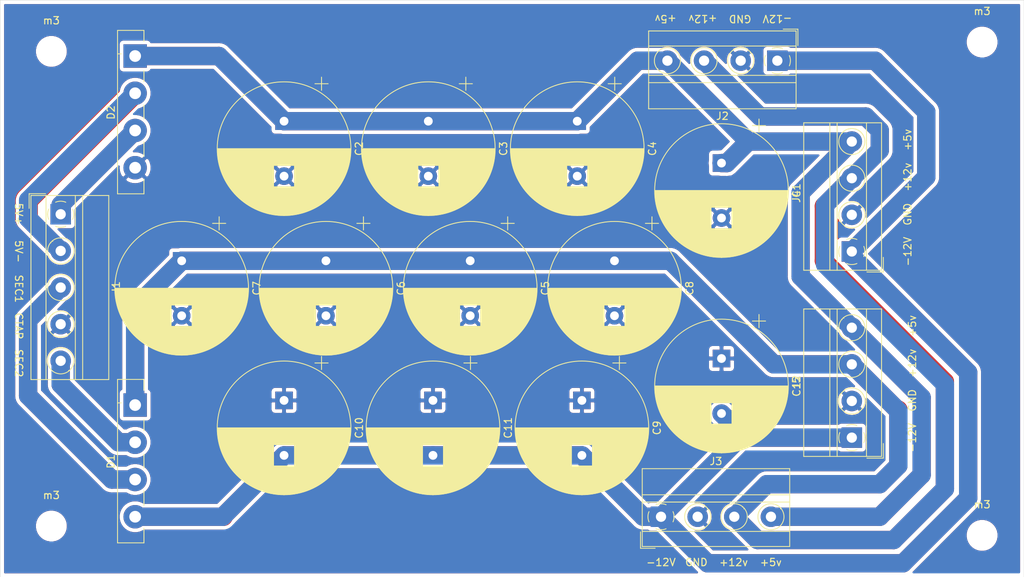
<source format=kicad_pcb>
(kicad_pcb (version 20171130) (host pcbnew "(5.1.10)-1")
  (layers (0 F.Cu signal hide) (31 B.Cu signal hide) (34 B.Paste user) (35 F.Paste user) (36 B.SilkS user) (37 F.SilkS user) (38 B.Mask user) (39 F.Mask user) (44 Edge.Cuts user))
  (net 0 "")
  (net 1 GND)
  (net 2 "Net-(C1-Pad1)")
  (net 3 "Net-(C5-Pad1)")
  (net 4 "Net-(C10-Pad2)")
  (net 5 "Net-(D1-Pad3)")
  (net 6 "Net-(D1-Pad2)")
  (net 7 "Net-(D2-Pad2)")
  (net 8 "Net-(D2-Pad3)")
  (module MountingHole:MountingHole_3.2mm_M3 (layer F.Cu) (at 292.735 140.335)
    (fp_text reference m3 (at 0 -4.2) (layer F.SilkS))
    (fp_text value MountingHole_3.2mm_M3)
    (pad 1 np_thru_hole circle (at 0 0) (size 3.2 3.2) (drill 3.2) (layers *.Cu *.Mask))
  )
  (module MountingHole:MountingHole_3.2mm_M3 (layer F.Cu) (at 292.735 73.025)
    (fp_text reference m3 (at 0 -4.2) (layer F.SilkS))
    (fp_text value MountingHole_3.2mm_M3)
    (pad 1 np_thru_hole circle (at 0 0) (size 3.2 3.2) (drill 3.2) (layers *.Cu *.Mask))
  )
  (module MountingHole:MountingHole_3.2mm_M3 (layer F.Cu) (at 165.735 139.065)
    (fp_text reference m3 (at 0 -4.2) (layer F.SilkS))
    (fp_text value MountingHole_3.2mm_M3)
    (pad 1 np_thru_hole circle (at 0 0) (size 3.2 3.2) (drill 3.2) (layers *.Cu *.Mask))
  )
  (module MountingHole:MountingHole_3.2mm_M3 (layer F.Cu) (at 165.735 74.295)
    (fp_text reference m3 (at 0 -4.2) (layer F.SilkS))
    (fp_text value MountingHole_3.2mm_M3)
    (pad 1 np_thru_hole circle (at 0 0) (size 3.2 3.2) (drill 3.2) (layers *.Cu *.Mask))
  )
  (module Capacitor_THT:CP_Radial_D18.0mm_P7.50mm (layer F.Cu) (at 257.175 116.205 270)
    (fp_text reference C12 (at 3.75 -10.25 90) (layer F.SilkS))
    (fp_text value 10000uf)
    (pad 1 thru_hole rect (at 0 0 270) (size 2.4 2.4) (drill 1.2) (layers *.Cu *.Mask) (net 1 GND))
    (pad 2 thru_hole circle (at 7.5 0 270) (size 2.4 2.4) (drill 1.2) (layers *.Cu *.Mask) (net 4 "Net-(C10-Pad2)"))
  )
  (module Capacitor_THT:CP_Radial_D18.0mm_P7.50mm (layer F.Cu) (at 237.49 83.82 270)
    (fp_text reference C4 (at 3.75 -10.25 90) (layer F.SilkS))
    (fp_text value 10000uf)
    (pad 1 thru_hole rect (at 0 0 270) (size 2.4 2.4) (drill 1.2) (layers *.Cu *.Mask) (net 2 "Net-(C1-Pad1)"))
    (pad 2 thru_hole circle (at 7.5 0 270) (size 2.4 2.4) (drill 1.2) (layers *.Cu *.Mask) (net 1 GND))
  )
  (module Capacitor_THT:CP_Radial_D18.0mm_P7.50mm (layer F.Cu) (at 257.175 89.535 270)
    (fp_text reference C1 (at 3.75 -10.25 90) (layer F.SilkS))
    (fp_text value 10000uf)
    (pad 2 thru_hole circle (at 7.5 0 270) (size 2.4 2.4) (drill 1.2) (layers *.Cu *.Mask) (net 1 GND))
    (pad 1 thru_hole rect (at 0 0 270) (size 2.4 2.4) (drill 1.2) (layers *.Cu *.Mask) (net 2 "Net-(C1-Pad1)"))
  )
  (module Capacitor_THT:CP_Radial_D18.0mm_P7.50mm (layer F.Cu) (at 197.485 83.82 270)
    (fp_text reference C2 (at 3.75 -10.25 90) (layer F.SilkS))
    (fp_text value 10000uf)
    (pad 1 thru_hole rect (at 0 0 270) (size 2.4 2.4) (drill 1.2) (layers *.Cu *.Mask) (net 2 "Net-(C1-Pad1)"))
    (pad 2 thru_hole circle (at 7.5 0 270) (size 2.4 2.4) (drill 1.2) (layers *.Cu *.Mask) (net 1 GND))
  )
  (module Capacitor_THT:CP_Radial_D18.0mm_P7.50mm (layer F.Cu) (at 217.17 83.82 270)
    (fp_text reference C3 (at 3.75 -10.25 90) (layer F.SilkS))
    (fp_text value 10000uf)
    (pad 2 thru_hole circle (at 7.5 0 270) (size 2.4 2.4) (drill 1.2) (layers *.Cu *.Mask) (net 1 GND))
    (pad 1 thru_hole rect (at 0 0 270) (size 2.4 2.4) (drill 1.2) (layers *.Cu *.Mask) (net 2 "Net-(C1-Pad1)"))
  )
  (module Capacitor_THT:CP_Radial_D18.0mm_P7.50mm (layer F.Cu) (at 222.885 102.87 270)
    (fp_text reference C5 (at 3.75 -10.25 90) (layer F.SilkS))
    (fp_text value 10000uf)
    (pad 2 thru_hole circle (at 7.5 0 270) (size 2.4 2.4) (drill 1.2) (layers *.Cu *.Mask) (net 1 GND))
    (pad 1 thru_hole rect (at 0 0 270) (size 2.4 2.4) (drill 1.2) (layers *.Cu *.Mask) (net 3 "Net-(C5-Pad1)"))
  )
  (module Capacitor_THT:CP_Radial_D18.0mm_P7.50mm (layer F.Cu) (at 203.2 102.87 270)
    (fp_text reference C6 (at 3.75 -10.25 90) (layer F.SilkS))
    (fp_text value 10000uf)
    (pad 1 thru_hole rect (at 0 0 270) (size 2.4 2.4) (drill 1.2) (layers *.Cu *.Mask) (net 3 "Net-(C5-Pad1)"))
    (pad 2 thru_hole circle (at 7.5 0 270) (size 2.4 2.4) (drill 1.2) (layers *.Cu *.Mask) (net 1 GND))
  )
  (module Capacitor_THT:CP_Radial_D18.0mm_P7.50mm (layer F.Cu) (at 183.515 102.87 270)
    (fp_text reference C7 (at 3.75 -10.25 90) (layer F.SilkS))
    (fp_text value 10000uf)
    (pad 2 thru_hole circle (at 7.5 0 270) (size 2.4 2.4) (drill 1.2) (layers *.Cu *.Mask) (net 1 GND))
    (pad 1 thru_hole rect (at 0 0 270) (size 2.4 2.4) (drill 1.2) (layers *.Cu *.Mask) (net 3 "Net-(C5-Pad1)"))
  )
  (module Capacitor_THT:CP_Radial_D18.0mm_P7.50mm (layer F.Cu) (at 242.57 102.87 270)
    (fp_text reference C8 (at 3.75 -10.25 90) (layer F.SilkS))
    (fp_text value 10000uf)
    (pad 1 thru_hole rect (at 0 0 270) (size 2.4 2.4) (drill 1.2) (layers *.Cu *.Mask) (net 3 "Net-(C5-Pad1)"))
    (pad 2 thru_hole circle (at 7.5 0 270) (size 2.4 2.4) (drill 1.2) (layers *.Cu *.Mask) (net 1 GND))
  )
  (module Capacitor_THT:CP_Radial_D18.0mm_P7.50mm (layer F.Cu) (at 238.125 121.92 270)
    (fp_text reference C9 (at 3.75 -10.25 90) (layer F.SilkS))
    (fp_text value 10000uf)
    (pad 2 thru_hole circle (at 7.5 0 270) (size 2.4 2.4) (drill 1.2) (layers *.Cu *.Mask) (net 4 "Net-(C10-Pad2)"))
    (pad 1 thru_hole rect (at 0 0 270) (size 2.4 2.4) (drill 1.2) (layers *.Cu *.Mask) (net 1 GND))
  )
  (module Capacitor_THT:CP_Radial_D18.0mm_P7.50mm (layer F.Cu) (at 197.485 121.92 270)
    (fp_text reference C10 (at 3.75 -10.25 90) (layer F.SilkS))
    (fp_text value 10000uf)
    (pad 1 thru_hole rect (at 0 0 270) (size 2.4 2.4) (drill 1.2) (layers *.Cu *.Mask) (net 1 GND))
    (pad 2 thru_hole circle (at 7.5 0 270) (size 2.4 2.4) (drill 1.2) (layers *.Cu *.Mask) (net 4 "Net-(C10-Pad2)"))
  )
  (module Capacitor_THT:CP_Radial_D18.0mm_P7.50mm (layer F.Cu) (at 217.805 121.92 270)
    (fp_text reference C11 (at 3.75 -10.25 90) (layer F.SilkS))
    (fp_text value 10000uf)
    (pad 2 thru_hole circle (at 7.5 0 270) (size 2.4 2.4) (drill 1.2) (layers *.Cu *.Mask) (net 4 "Net-(C10-Pad2)"))
    (pad 1 thru_hole rect (at 0 0 270) (size 2.4 2.4) (drill 1.2) (layers *.Cu *.Mask) (net 1 GND))
  )
  (module Diode_THT:Diode_Bridge_Vishay_GBU (layer F.Cu) (at 177.165 122.555 270)
    (fp_text reference D1 (at 7.7 3.3 270) (layer F.SilkS))
    (fp_text value GBU8A)
    (pad 4 thru_hole circle (at 15.24 0 270) (size 3.2 3.2) (drill 1.6) (layers *.Cu *.Mask) (net 4 "Net-(C10-Pad2)"))
    (pad 3 thru_hole circle (at 10.16 0 270) (size 3.2 3.2) (drill 1.6) (layers *.Cu *.Mask) (net 5 "Net-(D1-Pad3)"))
    (pad 2 thru_hole circle (at 5.08 0 270) (size 3.2 3.2) (drill 1.6) (layers *.Cu *.Mask) (net 6 "Net-(D1-Pad2)"))
    (pad 1 thru_hole rect (at 0 0 270) (size 3.2 3.2) (drill 1.6) (layers *.Cu *.Mask) (net 3 "Net-(C5-Pad1)"))
  )
  (module Diode_THT:Diode_Bridge_Vishay_GBU (layer F.Cu) (at 177.165 74.93 270)
    (fp_text reference D2 (at 7.7 3.3 270) (layer F.SilkS))
    (fp_text value GBU8A)
    (pad 1 thru_hole rect (at 0 0 270) (size 3.2 3.2) (drill 1.6) (layers *.Cu *.Mask) (net 2 "Net-(C1-Pad1)"))
    (pad 2 thru_hole circle (at 5.08 0 270) (size 3.2 3.2) (drill 1.6) (layers *.Cu *.Mask) (net 7 "Net-(D2-Pad2)"))
    (pad 3 thru_hole circle (at 10.16 0 270) (size 3.2 3.2) (drill 1.6) (layers *.Cu *.Mask) (net 8 "Net-(D2-Pad3)"))
    (pad 4 thru_hole circle (at 15.24 0 270) (size 3.2 3.2) (drill 1.6) (layers *.Cu *.Mask) (net 1 GND))
  )
  (module TerminalBlock_MetzConnect:TerminalBlock_MetzConnect_Type011_RT05505HBWC_1x05_P5.00mm_Horizontal (layer F.Cu) (at 167.005 96.52 270)
    (fp_text reference J1 (at 10 -7.56 90) (layer F.SilkS))
    (fp_text value "Transformer Outputs")
    (pad 1 thru_hole rect (at 0 0 270) (size 2.8 2.8) (drill 1.4) (layers *.Cu *.Mask) (net 8 "Net-(D2-Pad3)"))
    (pad 2 thru_hole circle (at 5 0 270) (size 2.8 2.8) (drill 1.4) (layers *.Cu *.Mask) (net 7 "Net-(D2-Pad2)"))
    (pad 3 thru_hole circle (at 10 0 270) (size 2.8 2.8) (drill 1.4) (layers *.Cu *.Mask) (net 5 "Net-(D1-Pad3)"))
    (pad 4 thru_hole circle (at 15 0 270) (size 2.8 2.8) (drill 1.4) (layers *.Cu *.Mask) (net 1 GND))
    (pad 5 thru_hole circle (at 20 0 270) (size 2.8 2.8) (drill 1.4) (layers *.Cu *.Mask) (net 6 "Net-(D1-Pad2)"))
  )
  (module TerminalBlock_MetzConnect:TerminalBlock_MetzConnect_Type011_RT05504HBWC_1x04_P5.00mm_Horizontal (layer F.Cu) (at 264.795 75.565 180)
    (fp_text reference J2 (at 7.5 -7.56) (layer F.SilkS))
    (fp_text value Conn_01x04_Male)
    (pad 4 thru_hole circle (at 15 0 180) (size 2.8 2.8) (drill 1.4) (layers *.Cu *.Mask) (net 2 "Net-(C1-Pad1)"))
    (pad 3 thru_hole circle (at 10 0 180) (size 2.8 2.8) (drill 1.4) (layers *.Cu *.Mask) (net 3 "Net-(C5-Pad1)"))
    (pad 2 thru_hole circle (at 5 0 180) (size 2.8 2.8) (drill 1.4) (layers *.Cu *.Mask) (net 1 GND))
    (pad 1 thru_hole rect (at 0 0 180) (size 2.8 2.8) (drill 1.4) (layers *.Cu *.Mask) (net 4 "Net-(C10-Pad2)"))
  )
  (module TerminalBlock_MetzConnect:TerminalBlock_MetzConnect_Type011_RT05504HBWC_1x04_P5.00mm_Horizontal (layer F.Cu) (at 248.92 137.795)
    (fp_text reference J3 (at 7.5 -7.56) (layer F.SilkS))
    (fp_text value Conn_01x04_Male)
    (pad 1 thru_hole rect (at 0 0) (size 2.8 2.8) (drill 1.4) (layers *.Cu *.Mask) (net 4 "Net-(C10-Pad2)"))
    (pad 2 thru_hole circle (at 5 0) (size 2.8 2.8) (drill 1.4) (layers *.Cu *.Mask) (net 1 GND))
    (pad 3 thru_hole circle (at 10 0) (size 2.8 2.8) (drill 1.4) (layers *.Cu *.Mask) (net 3 "Net-(C5-Pad1)"))
    (pad 4 thru_hole circle (at 15 0) (size 2.8 2.8) (drill 1.4) (layers *.Cu *.Mask) (net 2 "Net-(C1-Pad1)"))
  )
  (module TerminalBlock_MetzConnect:TerminalBlock_MetzConnect_Type011_RT05504HBWC_1x04_P5.00mm_Horizontal (layer F.Cu) (at 274.955 101.6 90)
    (fp_text reference J4 (at 7.5 -7.56 90) (layer F.SilkS))
    (fp_text value Conn_01x04_Male)
    (pad 4 thru_hole circle (at 15 0 90) (size 2.8 2.8) (drill 1.4) (layers *.Cu *.Mask) (net 2 "Net-(C1-Pad1)"))
    (pad 3 thru_hole circle (at 10 0 90) (size 2.8 2.8) (drill 1.4) (layers *.Cu *.Mask) (net 3 "Net-(C5-Pad1)"))
    (pad 2 thru_hole circle (at 5 0 90) (size 2.8 2.8) (drill 1.4) (layers *.Cu *.Mask) (net 1 GND))
    (pad 1 thru_hole rect (at 0 0 90) (size 2.8 2.8) (drill 1.4) (layers *.Cu *.Mask) (net 4 "Net-(C10-Pad2)"))
  )
  (module TerminalBlock_MetzConnect:TerminalBlock_MetzConnect_Type011_RT05504HBWC_1x04_P5.00mm_Horizontal (layer F.Cu) (at 274.955 127 90)
    (fp_text reference J5 (at 7.5 -7.56 90) (layer F.SilkS))
    (fp_text value Conn_01x04_Male)
    (pad 1 thru_hole rect (at 0 0 90) (size 2.8 2.8) (drill 1.4) (layers *.Cu *.Mask) (net 4 "Net-(C10-Pad2)"))
    (pad 2 thru_hole circle (at 5 0 90) (size 2.8 2.8) (drill 1.4) (layers *.Cu *.Mask) (net 1 GND))
    (pad 3 thru_hole circle (at 10 0 90) (size 2.8 2.8) (drill 1.4) (layers *.Cu *.Mask) (net 3 "Net-(C5-Pad1)"))
    (pad 4 thru_hole circle (at 15 0 90) (size 2.8 2.8) (drill 1.4) (layers *.Cu *.Mask) (net 2 "Net-(C1-Pad1)"))
  )
  (gr_text SEC2 (at 161.29 116.84 270) (layer F.SilkS) (effects (font (size 1 1))))
  (gr_text CTAP (at 161.29 111.76 270) (layer F.SilkS) (effects (font (size 1 1))))
  (gr_text SEC1 (at 161.29 106.68 270) (layer F.SilkS) (effects (font (size 1 1))))
  (gr_text 5V- (at 161.29 101.6 270) (layer F.SilkS) (effects (font (size 1 1))))
  (gr_text 5V+ (at 161.29 96.52 270) (layer F.SilkS) (effects (font (size 1 1))))
  (gr_text -12V (at 248.92 144.018) (layer F.SilkS) (effects (font (size 1 1))))
  (gr_text +12v (at 258.826 144.018) (layer F.SilkS) (effects (font (size 1 1))))
  (gr_text "GND\n" (at 253.746 144.018) (layer F.SilkS) (effects (font (size 1 1))))
  (gr_text +5v (at 263.906 144.018) (layer F.SilkS) (effects (font (size 1 1))))
  (gr_text -12V (at 264.795 69.85 180) (layer F.SilkS) (effects (font (size 1 1))))
  (gr_text +12v (at 254.635 69.85 180) (layer F.SilkS) (effects (font (size 1 1))))
  (gr_text "GND\n" (at 259.715 69.85 180) (layer F.SilkS) (effects (font (size 1 1))))
  (gr_text +5v (at 249.555 69.85 180) (layer F.SilkS) (effects (font (size 1 1))))
  (gr_text -12V (at 283.21 127 90) (layer F.SilkS) (effects (font (size 1 1))))
  (gr_text +12v (at 283.21 116.84 90) (layer F.SilkS) (effects (font (size 1 1))))
  (gr_text "GND\n" (at 283.21 121.92 90) (layer F.SilkS) (effects (font (size 1 1))))
  (gr_text +5v (at 283.21 111.76 90) (layer F.SilkS) (effects (font (size 1 1))))
  (gr_text -12V (at 282.575 101.6 90) (layer F.SilkS) (effects (font (size 1 1))))
  (gr_text "GND\n" (at 282.575 96.52 90) (layer F.SilkS) (effects (font (size 1 1))))
  (gr_text +12v (at 282.575 91.44 90) (layer F.SilkS) (effects (font (size 1 1))))
  (gr_text +5v (at 282.575 86.36 90) (layer F.SilkS) (effects (font (size 1 1))))
  (gr_line (start 158.75 146.05) (end 298.45 146.05) (layer Edge.Cuts) (width 0.05))
  (gr_line (start 158.75 67.31) (end 158.75 146.05) (layer Edge.Cuts) (width 0.05))
  (gr_line (start 298.45 67.31) (end 158.75 67.31) (layer Edge.Cuts) (width 0.05))
  (gr_line (start 298.45 146.05) (end 298.45 67.31) (layer Edge.Cuts) (width 0.05))
  (segment (start 284.48 132.08) (end 284.48 121.525) (width 2.5) (layer B.Cu) (net 2))
  (segment (start 278.765 137.795) (end 284.48 132.08) (width 2.5) (layer B.Cu) (net 2))
  (segment (start 284.48 121.525) (end 274.955 112) (width 2.5) (layer B.Cu) (net 2))
  (segment (start 263.92 137.795) (end 278.765 137.795) (width 2.5) (layer B.Cu) (net 2))
  (segment (start 260.83 86.6) (end 274.955 86.6) (width 2.5) (layer B.Cu) (net 2))
  (segment (start 249.795 75.565) (end 260.83 86.6) (width 2.5) (layer B.Cu) (net 2))
  (segment (start 257.895 89.535) (end 260.83 86.6) (width 2.5) (layer B.Cu) (net 2))
  (segment (start 257.175 89.535) (end 257.895 89.535) (width 2.5) (layer B.Cu) (net 2))
  (segment (start 245.745 75.565) (end 237.49 83.82) (width 2.5) (layer B.Cu) (net 2))
  (segment (start 249.795 75.565) (end 245.745 75.565) (width 2.5) (layer B.Cu) (net 2))
  (segment (start 237.49 83.82) (end 217.17 83.82) (width 2.5) (layer B.Cu) (net 2))
  (segment (start 197.485 83.82) (end 217.17 83.82) (width 2.5) (layer B.Cu) (net 2))
  (segment (start 267.97 105.015) (end 274.955 112) (width 2.5) (layer B.Cu) (net 2))
  (segment (start 267.97 93.585) (end 267.97 105.015) (width 2.5) (layer B.Cu) (net 2))
  (segment (start 274.955 86.6) (end 267.97 93.585) (width 2.5) (layer B.Cu) (net 2))
  (segment (start 188.595 74.93) (end 197.485 83.82) (width 2.5) (layer B.Cu) (net 2))
  (segment (start 177.165 74.93) (end 188.595 74.93) (width 2.5) (layer B.Cu) (net 2))
  (segment (start 260.83 86.6) (end 249.795 75.565) (width 2.5) (layer F.Cu) (net 2))
  (segment (start 274.955 86.6) (end 260.83 86.6) (width 2.5) (layer F.Cu) (net 2))
  (segment (start 257.895 89.535) (end 260.83 86.6) (width 2.5) (layer F.Cu) (net 2))
  (segment (start 257.175 89.535) (end 257.895 89.535) (width 2.5) (layer F.Cu) (net 2))
  (segment (start 267.97 105.015) (end 274.955 112) (width 2.5) (layer F.Cu) (net 2))
  (segment (start 267.97 93.585) (end 267.97 105.015) (width 2.5) (layer F.Cu) (net 2))
  (segment (start 274.955 86.6) (end 267.97 93.585) (width 2.5) (layer F.Cu) (net 2))
  (segment (start 274.955 112) (end 284.48 121.525) (width 2.5) (layer F.Cu) (net 2))
  (segment (start 284.48 121.525) (end 284.48 132.08) (width 2.5) (layer F.Cu) (net 2))
  (segment (start 284.48 132.08) (end 278.765 137.795) (width 2.5) (layer F.Cu) (net 2))
  (segment (start 278.765 137.795) (end 263.92 137.795) (width 2.5) (layer F.Cu) (net 2))
  (segment (start 245.745 75.565) (end 237.49 83.82) (width 2.5) (layer F.Cu) (net 2))
  (segment (start 249.795 75.565) (end 245.745 75.565) (width 2.5) (layer F.Cu) (net 2))
  (segment (start 237.49 83.82) (end 217.17 83.82) (width 2.5) (layer F.Cu) (net 2))
  (segment (start 217.17 83.82) (end 197.485 83.82) (width 2.5) (layer F.Cu) (net 2))
  (segment (start 197.485 83.82) (end 188.595 74.93) (width 2.5) (layer F.Cu) (net 2))
  (segment (start 188.595 74.93) (end 177.165 74.93) (width 2.5) (layer F.Cu) (net 2))
  (segment (start 258.92 137.795) (end 263.365 133.35) (width 2.5) (layer B.Cu) (net 3))
  (segment (start 263.365 133.35) (end 278.765 133.35) (width 2.5) (layer B.Cu) (net 3))
  (segment (start 278.765 133.35) (end 281.305 130.81) (width 2.5) (layer B.Cu) (net 3))
  (segment (start 281.305 123.35) (end 274.955 117) (width 2.5) (layer B.Cu) (net 3))
  (segment (start 281.305 130.81) (end 281.305 123.35) (width 2.5) (layer B.Cu) (net 3))
  (segment (start 254.795 75.565) (end 262.415 83.185) (width 2.5) (layer B.Cu) (net 3))
  (segment (start 262.415 83.185) (end 276.86 83.185) (width 2.5) (layer B.Cu) (net 3))
  (segment (start 276.86 83.185) (end 278.765 85.09) (width 2.5) (layer B.Cu) (net 3))
  (segment (start 278.765 87.79) (end 274.955 91.6) (width 2.5) (layer B.Cu) (net 3))
  (segment (start 278.765 85.09) (end 278.765 87.79) (width 2.5) (layer B.Cu) (net 3))
  (segment (start 183.515 102.87) (end 203.2 102.87) (width 2.5) (layer B.Cu) (net 3))
  (segment (start 203.2 102.87) (end 222.885 102.87) (width 2.5) (layer B.Cu) (net 3))
  (segment (start 222.885 102.87) (end 242.57 102.87) (width 2.5) (layer B.Cu) (net 3))
  (segment (start 264.32 117) (end 274.955 117) (width 2.5) (layer B.Cu) (net 3))
  (segment (start 250.19 102.87) (end 264.32 117) (width 2.5) (layer B.Cu) (net 3))
  (segment (start 242.57 102.87) (end 250.19 102.87) (width 2.5) (layer B.Cu) (net 3))
  (segment (start 274.955 91.6) (end 271.305 95.25) (width 2.5) (layer B.Cu) (net 3))
  (segment (start 271.305 103.360002) (end 287.655 119.710002) (width 2.5) (layer B.Cu) (net 3))
  (segment (start 271.305 95.25) (end 271.305 103.360002) (width 2.5) (layer B.Cu) (net 3))
  (segment (start 287.655 119.710002) (end 287.655 133.985) (width 2.5) (layer B.Cu) (net 3))
  (segment (start 287.655 133.985) (end 280.67 140.97) (width 2.5) (layer B.Cu) (net 3))
  (segment (start 262.095 140.97) (end 258.92 137.795) (width 2.5) (layer B.Cu) (net 3))
  (segment (start 280.67 140.97) (end 262.095 140.97) (width 2.5) (layer B.Cu) (net 3))
  (segment (start 177.165 109.22) (end 183.515 102.87) (width 2.5) (layer B.Cu) (net 3))
  (segment (start 177.165 122.555) (end 177.165 109.22) (width 2.5) (layer B.Cu) (net 3))
  (segment (start 271.145 95.41) (end 274.955 91.6) (width 2.5) (layer F.Cu) (net 3))
  (segment (start 271.145 102.87) (end 271.145 95.41) (width 2.5) (layer F.Cu) (net 3))
  (segment (start 287.655 119.38) (end 271.145 102.87) (width 2.5) (layer F.Cu) (net 3))
  (segment (start 280.67 140.97) (end 287.655 133.985) (width 2.5) (layer F.Cu) (net 3))
  (segment (start 287.655 133.985) (end 287.655 119.38) (width 2.5) (layer F.Cu) (net 3))
  (segment (start 262.095 140.97) (end 280.67 140.97) (width 2.5) (layer F.Cu) (net 3))
  (segment (start 258.92 137.795) (end 262.095 140.97) (width 2.5) (layer F.Cu) (net 3))
  (segment (start 274.955 91.6) (end 278.765 87.79) (width 2.5) (layer F.Cu) (net 3))
  (segment (start 278.765 87.79) (end 278.765 85.09) (width 2.5) (layer F.Cu) (net 3))
  (segment (start 278.765 85.09) (end 276.86 83.185) (width 2.5) (layer F.Cu) (net 3))
  (segment (start 262.415 83.185) (end 254.795 75.565) (width 2.5) (layer F.Cu) (net 3))
  (segment (start 276.86 83.185) (end 262.415 83.185) (width 2.5) (layer F.Cu) (net 3))
  (segment (start 258.92 137.795) (end 263.365 133.35) (width 2.5) (layer F.Cu) (net 3))
  (segment (start 263.365 133.35) (end 278.765 133.35) (width 2.5) (layer F.Cu) (net 3))
  (segment (start 278.765 133.35) (end 281.305 130.81) (width 2.5) (layer F.Cu) (net 3))
  (segment (start 281.305 130.81) (end 281.305 123.19) (width 2.5) (layer F.Cu) (net 3))
  (segment (start 281.145 123.19) (end 274.955 117) (width 2.5) (layer F.Cu) (net 3))
  (segment (start 281.305 123.19) (end 281.145 123.19) (width 2.5) (layer F.Cu) (net 3))
  (segment (start 274.955 117) (end 264.32 117) (width 2.5) (layer F.Cu) (net 3))
  (segment (start 250.19 102.87) (end 242.57 102.87) (width 2.5) (layer F.Cu) (net 3))
  (segment (start 264.32 117) (end 250.19 102.87) (width 2.5) (layer F.Cu) (net 3))
  (segment (start 242.57 102.87) (end 222.885 102.87) (width 2.5) (layer F.Cu) (net 3))
  (segment (start 203.2 102.87) (end 222.885 102.87) (width 2.5) (layer F.Cu) (net 3))
  (segment (start 203.2 102.87) (end 183.515 102.87) (width 2.5) (layer F.Cu) (net 3))
  (segment (start 177.165 109.22) (end 183.515 102.87) (width 2.5) (layer F.Cu) (net 3))
  (segment (start 177.165 122.555) (end 177.165 109.22) (width 2.5) (layer F.Cu) (net 3))
  (segment (start 259.715 127) (end 274.955 127) (width 2.5) (layer B.Cu) (net 4))
  (segment (start 248.92 137.795) (end 259.715 127) (width 2.5) (layer B.Cu) (net 4))
  (segment (start 264.795 75.565) (end 278.13 75.565) (width 2.5) (layer B.Cu) (net 4))
  (segment (start 278.13 75.565) (end 285.115 82.55) (width 2.5) (layer B.Cu) (net 4))
  (segment (start 285.115 82.55) (end 285.115 91.44) (width 2.5) (layer B.Cu) (net 4))
  (segment (start 246.5 137.795) (end 238.125 129.42) (width 2.5) (layer B.Cu) (net 4))
  (segment (start 248.92 137.795) (end 246.5 137.795) (width 2.5) (layer B.Cu) (net 4))
  (segment (start 259.715 126.245) (end 259.715 127) (width 2.5) (layer B.Cu) (net 4))
  (segment (start 257.175 123.705) (end 259.715 126.245) (width 2.5) (layer B.Cu) (net 4))
  (segment (start 238.125 129.42) (end 217.805 129.42) (width 2.5) (layer B.Cu) (net 4))
  (segment (start 217.805 129.42) (end 197.485 129.42) (width 2.5) (layer B.Cu) (net 4))
  (segment (start 285.115 91.44) (end 274.955 101.6) (width 2.5) (layer B.Cu) (net 4))
  (segment (start 255.27 144.145) (end 248.92 137.795) (width 2.5) (layer B.Cu) (net 4))
  (segment (start 281.94 144.145) (end 255.27 144.145) (width 2.5) (layer B.Cu) (net 4))
  (segment (start 290.83 135.255) (end 281.94 144.145) (width 2.5) (layer B.Cu) (net 4))
  (segment (start 290.83 118.11) (end 290.83 135.255) (width 2.5) (layer B.Cu) (net 4))
  (segment (start 274.955 102.235) (end 290.83 118.11) (width 2.5) (layer B.Cu) (net 4))
  (segment (start 274.955 101.6) (end 274.955 102.235) (width 2.5) (layer B.Cu) (net 4))
  (segment (start 189.11 137.795) (end 197.485 129.42) (width 2.5) (layer B.Cu) (net 4))
  (segment (start 177.165 137.795) (end 189.11 137.795) (width 2.5) (layer B.Cu) (net 4))
  (segment (start 264.795 75.565) (end 278.13 75.565) (width 2.5) (layer F.Cu) (net 4))
  (segment (start 278.13 75.565) (end 285.115 82.55) (width 2.5) (layer F.Cu) (net 4))
  (segment (start 285.115 82.55) (end 285.115 91.44) (width 2.5) (layer F.Cu) (net 4))
  (segment (start 285.115 91.44) (end 274.955 101.6) (width 2.5) (layer F.Cu) (net 4))
  (segment (start 274.955 101.6) (end 274.955 102.235) (width 2.5) (layer F.Cu) (net 4))
  (segment (start 274.955 102.235) (end 290.83 118.11) (width 2.5) (layer F.Cu) (net 4))
  (segment (start 290.83 118.11) (end 290.83 135.255) (width 2.5) (layer F.Cu) (net 4))
  (segment (start 290.83 135.255) (end 281.94 144.145) (width 2.5) (layer F.Cu) (net 4))
  (segment (start 255.27 144.145) (end 248.92 137.795) (width 2.5) (layer F.Cu) (net 4))
  (segment (start 281.94 144.145) (end 255.27 144.145) (width 2.5) (layer F.Cu) (net 4))
  (segment (start 177.165 137.795) (end 189.23 137.795) (width 2.5) (layer F.Cu) (net 4))
  (segment (start 189.23 137.675) (end 197.485 129.42) (width 2.5) (layer F.Cu) (net 4))
  (segment (start 189.23 137.795) (end 189.23 137.675) (width 2.5) (layer F.Cu) (net 4))
  (segment (start 197.485 129.42) (end 217.805 129.42) (width 2.5) (layer F.Cu) (net 4))
  (segment (start 217.805 129.42) (end 238.125 129.42) (width 2.5) (layer F.Cu) (net 4))
  (segment (start 238.125 129.42) (end 246.5 137.795) (width 2.5) (layer F.Cu) (net 4))
  (segment (start 246.5 137.795) (end 248.92 137.795) (width 2.5) (layer F.Cu) (net 4))
  (segment (start 259.715 127) (end 274.955 127) (width 2.5) (layer F.Cu) (net 4))
  (segment (start 248.92 137.795) (end 259.715 127) (width 2.5) (layer F.Cu) (net 4))
  (segment (start 259.715 126.245) (end 259.715 127) (width 2.5) (layer F.Cu) (net 4))
  (segment (start 257.175 123.705) (end 259.715 126.245) (width 2.5) (layer F.Cu) (net 4))
  (segment (start 162.56 110.965) (end 167.005 106.52) (width 2.5) (layer B.Cu) (net 5))
  (segment (start 162.56 121.285) (end 162.56 110.965) (width 2.5) (layer B.Cu) (net 5))
  (segment (start 173.99 132.715) (end 162.56 121.285) (width 2.5) (layer B.Cu) (net 5))
  (segment (start 177.165 132.715) (end 173.99 132.715) (width 2.5) (layer B.Cu) (net 5))
  (segment (start 162.56 110.965) (end 167.005 106.52) (width 2.5) (layer F.Cu) (net 5))
  (segment (start 162.56 121.285) (end 162.56 110.965) (width 2.5) (layer F.Cu) (net 5))
  (segment (start 173.99 132.715) (end 162.56 121.285) (width 2.5) (layer F.Cu) (net 5))
  (segment (start 177.165 132.715) (end 173.99 132.715) (width 2.5) (layer F.Cu) (net 5))
  (segment (start 167.005 119.737741) (end 167.005 116.52) (width 2.5) (layer B.Cu) (net 6))
  (segment (start 174.902259 127.635) (end 167.005 119.737741) (width 2.5) (layer B.Cu) (net 6))
  (segment (start 177.165 127.635) (end 174.902259 127.635) (width 2.5) (layer B.Cu) (net 6))
  (segment (start 167.005 119.737741) (end 167.005 116.52) (width 2.5) (layer F.Cu) (net 6))
  (segment (start 174.902259 127.635) (end 167.005 119.737741) (width 2.5) (layer F.Cu) (net 6))
  (segment (start 177.165 127.635) (end 174.902259 127.635) (width 2.5) (layer F.Cu) (net 6))
  (segment (start 177.165 80.01) (end 162.56 94.615) (width 2.5) (layer B.Cu) (net 7))
  (segment (start 162.56 97.075) (end 167.005 101.52) (width 2.5) (layer B.Cu) (net 7))
  (segment (start 162.56 94.615) (end 162.56 97.075) (width 2.5) (layer B.Cu) (net 7))
  (segment (start 167.005 101.52) (end 162.64 97.155) (width 2.5) (layer F.Cu) (net 7))
  (segment (start 162.64 97.155) (end 162.64 94.695) (width 2.5) (layer F.Cu) (net 7))
  (segment (start 177.165 80.17) (end 177.165 80.01) (width 2.5) (layer F.Cu) (net 7))
  (segment (start 162.64 94.695) (end 177.165 80.17) (width 2.5) (layer F.Cu) (net 7))
  (segment (start 167.005 95.25) (end 167.005 96.52) (width 2.5) (layer B.Cu) (net 8))
  (segment (start 177.165 85.09) (end 167.005 95.25) (width 2.5) (layer B.Cu) (net 8))
  (segment (start 167.005 95.25) (end 167.005 96.52) (width 2.5) (layer F.Cu) (net 8))
  (segment (start 177.165 85.09) (end 167.005 95.25) (width 2.5) (layer F.Cu) (net 8))
  (zone (net 1) (net_name GND) (layer F.Cu) (connect_pads (clearance 0.508)) (min_thickness 0.254) (fill yes (arc_segments 32) (thermal_gap 0.508) (thermal_bridge_width 0.508))
    (polygon (pts (xy 298.45 145.415) (xy 158.75 146.05) (xy 158.75 67.31) (xy 298.45 67.31)))
  )
  (zone (net 1) (net_name GND) (layer B.Cu) (connect_pads (clearance 0.508)) (min_thickness 0.254) (fill yes (arc_segments 32) (thermal_gap 0.508) (thermal_bridge_width 0.508))
    (polygon (pts (xy 298.45 146.05) (xy 158.75 146.05) (xy 158.75 67.31) (xy 298.45 67.31)))
  )
)
</source>
